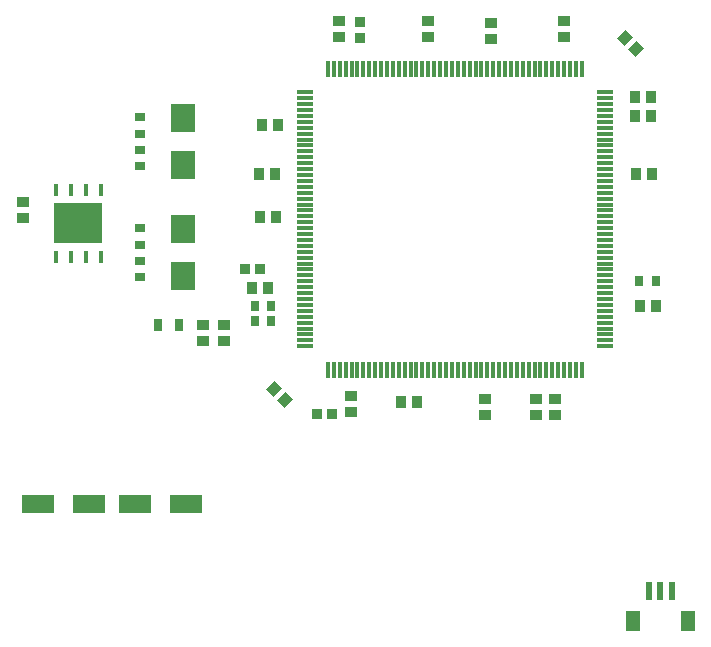
<source format=gtp>
G04*
G04 #@! TF.GenerationSoftware,Altium Limited,Altium Designer,23.3.1 (30)*
G04*
G04 Layer_Color=8421504*
%FSLAX44Y44*%
%MOMM*%
G71*
G04*
G04 #@! TF.SameCoordinates,1E3CE245-77AB-4D3B-BECC-05931035AD6D*
G04*
G04*
G04 #@! TF.FilePolarity,Positive*
G04*
G01*
G75*
%ADD15R,1.0000X0.9000*%
%ADD16R,0.9000X1.0000*%
%ADD17R,0.8500X0.9500*%
%ADD18R,1.2000X1.8000*%
%ADD19R,0.6000X1.5500*%
%ADD20R,0.8000X0.9000*%
%ADD21R,0.9000X0.8000*%
%ADD22R,2.0000X2.4000*%
%ADD23R,4.0500X3.4500*%
%ADD24R,0.4500X1.0500*%
%ADD25R,2.8000X1.6000*%
%ADD26R,1.4500X0.3000*%
%ADD27R,0.3000X1.4500*%
%ADD28R,0.7600X1.1300*%
%ADD29R,0.9500X0.8500*%
G04:AMPARAMS|DCode=30|XSize=1mm|YSize=0.9mm|CornerRadius=0mm|HoleSize=0mm|Usage=FLASHONLY|Rotation=45.000|XOffset=0mm|YOffset=0mm|HoleType=Round|Shape=Rectangle|*
%AMROTATEDRECTD30*
4,1,4,-0.0354,-0.6718,-0.6718,-0.0354,0.0354,0.6718,0.6718,0.0354,-0.0354,-0.6718,0.0*
%
%ADD30ROTATEDRECTD30*%

D15*
X468630Y211220D02*
D03*
Y197720D02*
D03*
X409194Y197320D02*
D03*
Y210820D02*
D03*
X295656Y213398D02*
D03*
Y199898D02*
D03*
X476250Y517760D02*
D03*
Y531260D02*
D03*
X169926Y273958D02*
D03*
Y260458D02*
D03*
X285750Y531260D02*
D03*
Y517760D02*
D03*
X452120Y211220D02*
D03*
Y197720D02*
D03*
X17780Y363950D02*
D03*
Y377450D02*
D03*
X414020Y529120D02*
D03*
Y515620D02*
D03*
X360680Y531260D02*
D03*
Y517760D02*
D03*
X187706Y260458D02*
D03*
Y273958D02*
D03*
D16*
X338328Y208534D02*
D03*
X351828D02*
D03*
X540220Y289560D02*
D03*
X553720D02*
D03*
X233572Y442722D02*
D03*
X220072D02*
D03*
X225444Y304800D02*
D03*
X211944D02*
D03*
X549802Y450596D02*
D03*
X536302D02*
D03*
X549802Y467106D02*
D03*
X536302D02*
D03*
X550310Y401320D02*
D03*
X536810D02*
D03*
X218656Y364744D02*
D03*
X232156D02*
D03*
X218040Y401320D02*
D03*
X231540D02*
D03*
D17*
X266908Y198120D02*
D03*
X279908D02*
D03*
X205440Y321310D02*
D03*
X218440D02*
D03*
D18*
X580530Y23140D02*
D03*
X534530D02*
D03*
D19*
X567530Y48390D02*
D03*
X557530D02*
D03*
X547530D02*
D03*
D20*
X553750Y310896D02*
D03*
X539750D02*
D03*
X214234Y276860D02*
D03*
X228234D02*
D03*
X214234Y290068D02*
D03*
X228234D02*
D03*
D21*
X116840Y435610D02*
D03*
Y449610D02*
D03*
Y422290D02*
D03*
Y408290D02*
D03*
Y341600D02*
D03*
Y355600D02*
D03*
Y328310D02*
D03*
Y314310D02*
D03*
D22*
X153670Y355280D02*
D03*
Y315280D02*
D03*
Y449260D02*
D03*
Y409260D02*
D03*
D23*
X64770Y359830D02*
D03*
D24*
X45720Y388330D02*
D03*
X58420D02*
D03*
X71120D02*
D03*
X83820D02*
D03*
Y331330D02*
D03*
X71120D02*
D03*
X58420D02*
D03*
X45720D02*
D03*
D25*
X155866Y122428D02*
D03*
X112866D02*
D03*
X73824Y122174D02*
D03*
X30824D02*
D03*
D26*
X256290Y470720D02*
D03*
Y465720D02*
D03*
Y460720D02*
D03*
Y455720D02*
D03*
Y450720D02*
D03*
Y445720D02*
D03*
Y440720D02*
D03*
Y435720D02*
D03*
Y430720D02*
D03*
Y425720D02*
D03*
Y420720D02*
D03*
Y415720D02*
D03*
Y410720D02*
D03*
Y405720D02*
D03*
Y400720D02*
D03*
Y395720D02*
D03*
Y390720D02*
D03*
Y385720D02*
D03*
Y380720D02*
D03*
Y375720D02*
D03*
Y370720D02*
D03*
Y365720D02*
D03*
Y360720D02*
D03*
Y355720D02*
D03*
Y350720D02*
D03*
Y345720D02*
D03*
Y340720D02*
D03*
Y335720D02*
D03*
Y330720D02*
D03*
Y325720D02*
D03*
Y320720D02*
D03*
Y315720D02*
D03*
Y310720D02*
D03*
Y305720D02*
D03*
Y300720D02*
D03*
Y295720D02*
D03*
Y290720D02*
D03*
Y285720D02*
D03*
Y280720D02*
D03*
Y275720D02*
D03*
Y270720D02*
D03*
Y265720D02*
D03*
Y260720D02*
D03*
Y255720D02*
D03*
X510790D02*
D03*
Y260720D02*
D03*
Y265720D02*
D03*
Y270720D02*
D03*
Y275720D02*
D03*
Y280720D02*
D03*
Y285720D02*
D03*
Y290720D02*
D03*
Y295720D02*
D03*
Y300720D02*
D03*
Y305720D02*
D03*
Y310720D02*
D03*
Y315720D02*
D03*
Y320720D02*
D03*
Y325720D02*
D03*
Y330720D02*
D03*
Y335720D02*
D03*
Y340720D02*
D03*
Y345720D02*
D03*
Y350720D02*
D03*
Y355720D02*
D03*
Y360720D02*
D03*
Y365720D02*
D03*
Y370720D02*
D03*
Y375720D02*
D03*
Y380720D02*
D03*
Y385720D02*
D03*
Y390720D02*
D03*
Y395720D02*
D03*
Y400720D02*
D03*
Y405720D02*
D03*
Y410720D02*
D03*
Y415720D02*
D03*
Y420720D02*
D03*
Y425720D02*
D03*
Y430720D02*
D03*
Y435720D02*
D03*
Y440720D02*
D03*
Y445720D02*
D03*
Y450720D02*
D03*
Y455720D02*
D03*
Y460720D02*
D03*
Y465720D02*
D03*
Y470720D02*
D03*
D27*
X276040Y235970D02*
D03*
X281040D02*
D03*
X286040D02*
D03*
X291040D02*
D03*
X296040D02*
D03*
X301040D02*
D03*
X306040D02*
D03*
X311040D02*
D03*
X316040D02*
D03*
X321040D02*
D03*
X326040D02*
D03*
X331040D02*
D03*
X336040D02*
D03*
X341040D02*
D03*
X346040D02*
D03*
X351040D02*
D03*
X356040D02*
D03*
X361040D02*
D03*
X366040D02*
D03*
X371040D02*
D03*
X376040D02*
D03*
X381040D02*
D03*
X386040D02*
D03*
X391040D02*
D03*
X396040D02*
D03*
X401040D02*
D03*
X406040D02*
D03*
X411040D02*
D03*
X416040D02*
D03*
X421040D02*
D03*
X426040D02*
D03*
X431040D02*
D03*
X436040D02*
D03*
X441040D02*
D03*
X446040D02*
D03*
X451040D02*
D03*
X456040D02*
D03*
X461040D02*
D03*
X466040D02*
D03*
X471040D02*
D03*
X476040D02*
D03*
X481040D02*
D03*
X486040D02*
D03*
X491040D02*
D03*
Y490470D02*
D03*
X486040D02*
D03*
X481040D02*
D03*
X476040D02*
D03*
X471040D02*
D03*
X466040D02*
D03*
X461040D02*
D03*
X456040D02*
D03*
X451040D02*
D03*
X446040D02*
D03*
X441040D02*
D03*
X436040D02*
D03*
X431040D02*
D03*
X426040D02*
D03*
X421040D02*
D03*
X416040D02*
D03*
X411040D02*
D03*
X406040D02*
D03*
X401040D02*
D03*
X396040D02*
D03*
X391040D02*
D03*
X386040D02*
D03*
X381040D02*
D03*
X376040D02*
D03*
X371040D02*
D03*
X366040D02*
D03*
X361040D02*
D03*
X356040D02*
D03*
X351040D02*
D03*
X346040D02*
D03*
X341040D02*
D03*
X336040D02*
D03*
X331040D02*
D03*
X326040D02*
D03*
X321040D02*
D03*
X316040D02*
D03*
X311040D02*
D03*
X306040D02*
D03*
X301040D02*
D03*
X296040D02*
D03*
X291040D02*
D03*
X286040D02*
D03*
X281040D02*
D03*
X276040D02*
D03*
D28*
X132614Y273812D02*
D03*
X150114D02*
D03*
D29*
X303530Y529890D02*
D03*
Y516890D02*
D03*
D30*
X527357Y516583D02*
D03*
X536903Y507037D02*
D03*
X230177Y219403D02*
D03*
X239723Y209857D02*
D03*
M02*

</source>
